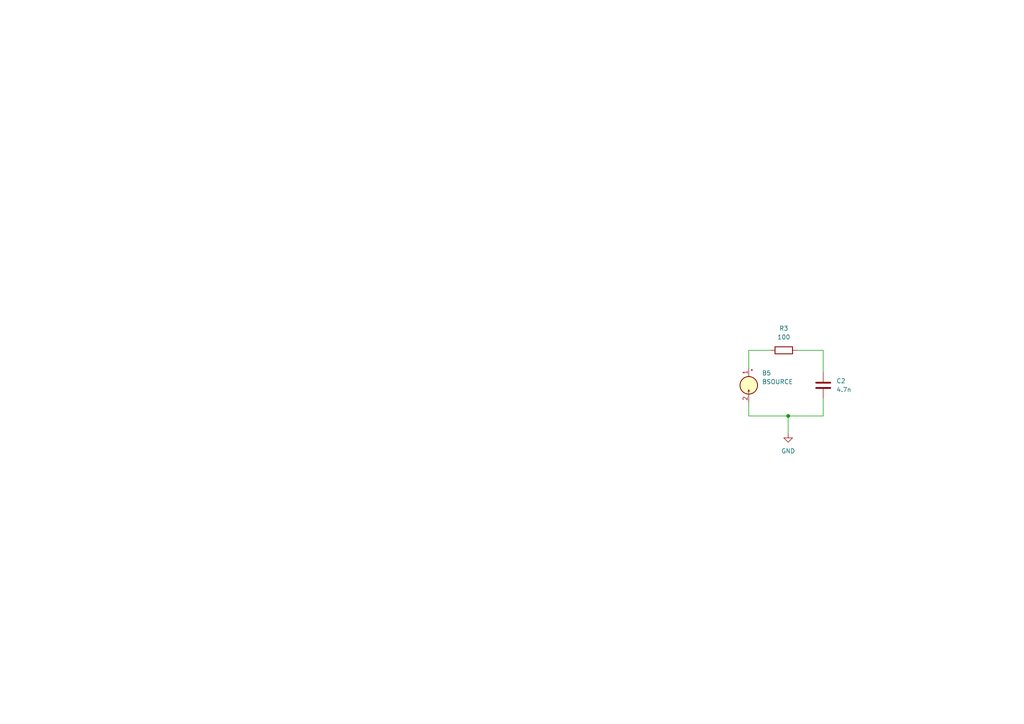
<source format=kicad_sch>
(kicad_sch (version 20230121) (generator eeschema)
  (paper "A4")
  (lib_symbols
    (symbol "Device:C" (pin_numbers hide) (pin_names (offset 0.254))
      (property "Reference" "C" (at 0.635 2.54 0))
      (property "Value" "C" (at 0.635 -2.54 0))
      (symbol "C_0_1"
        (polyline (pts (xy -2.032 -0.762) (xy 2.032 -0.762)) (stroke (width 0.508)))
        (polyline (pts (xy -2.032 0.762) (xy 2.032 0.762)) (stroke (width 0.508)))
      )
      (symbol "C_1_1"
        (pin passive line (at 0 3.81 270) (length 2.794) (name "~") (number "1"))
        (pin passive line (at 0 -3.81 90) (length 2.794) (name "~") (number "2"))
      )
    )
    (symbol "Device:R" (pin_numbers hide) (pin_names (offset 0))
      (property "Reference" "R" (at 2.032 0 90))
      (property "Value" "R" (at 0 0 90))
      (symbol "R_0_1"
        (rectangle (start -1.016 -2.54) (end 1.016 2.54) (stroke (width 0.254)))
      )
      (symbol "R_1_1"
        (pin passive line (at 0 3.81 270) (length 1.27) (name "~") (number "1"))
        (pin passive line (at 0 -3.81 90) (length 1.27) (name "~") (number "2"))
      )
    )
    (symbol "Simulation_SPICE:BSOURCE" (pin_names (offset 1.016) hide)
      (property "Reference" "B" (at 2.54 2.54 0))
      (property "Value" "BSOURCE" (at 2.54 0 0))
      (property "Sim.Params" "v=1" (at 2.54 -2.54 0))
      (symbol "BSOURCE_0_1"
        (polyline (pts (xy 0 -1.27) (xy 0 -2.286)))
        (polyline (pts (xy 0.254 -1.778) (xy 0 -1.27) (xy -0.254 -1.778)))
        (circle (center 0 0) (radius 2.54) (stroke (width 0.254)) (fill (type background)))
      )
      (symbol "BSOURCE_1_1"
        (polyline (pts (xy 0.635 4.445) (xy 1.143 4.445)))
        (polyline (pts (xy 0.889 4.699) (xy 0.889 4.191)))
        (pin passive line (at 0 5.08 270) (length 2.54) (name "N+") (number "1"))
        (pin passive line (at 0 -5.08 90) (length 2.54) (name "N-") (number "2"))
      )
    )
    (symbol "power:GND" (power) (pin_names (offset 0))
      (property "Value" "GND" (at 0 -3.81 0))
      (symbol "GND_0_1"
        (polyline (pts (xy 0 0) (xy 0 -1.27) (xy 1.27 -1.27) (xy 0 -2.54) (xy -1.27 -1.27) (xy 0 -1.27)))
      )
      (symbol "GND_1_1"
        (pin power_in line (at 0 0 270) (length 0) hide (name "GND") (number "1"))
      )
    )
  )
  (junction (at 228.6 120.65))
  (wire (pts (xy 217.17 116.84) (xy 217.17 120.65)))
  (wire (pts (xy 228.6 120.65) (xy 238.76 120.65)))
  (wire (pts (xy 231.14 101.6) (xy 238.76 101.6)))
  (wire (pts (xy 217.17 101.6) (xy 217.17 106.68)))
  (wire (pts (xy 238.76 120.65) (xy 238.76 115.57)))
  (wire (pts (xy 223.52 101.6) (xy 217.17 101.6)))
  (wire (pts (xy 238.76 101.6) (xy 238.76 107.95)))
  (wire (pts (xy 217.17 120.65) (xy 228.6 120.65)))
  (wire (pts (xy 228.6 120.65) (xy 228.6 125.73)))
  (symbol (lib_id "Device:C") (at 238.76 111.76 0) (unit 1)
    (property "Reference" "C2" (at 242.57 110.49 0) (effects (justify left)))
    (property "Value" "4.7n" (at 242.57 113.03 0) (effects (justify left)))
  )
  (symbol (lib_id "Device:R") (at 227.33 101.6 90) (unit 1)
    (property "Reference" "R3" (at 227.33 95.25 90))
    (property "Value" "100" (at 227.33 97.79 90))
  )
  (symbol (lib_id "power:GND") (at 228.6 125.73 0) (unit 1)
    (property "Reference" "#PWR07" (effects hide))
    (property "Value" "GND" (at 228.6 130.81 0))
  )
  (symbol (lib_id "Simulation_SPICE:BSOURCE") (at 217.17 111.76 0) (unit 1)
    (property "Reference" "B5" (at 220.98 108.204 0) (effects (justify left)))
    (property "Value" "BSOURCE" (at 220.98 110.744 0) (effects (justify left)))
    (property "Datasheet" "https://ngspice.sourceforge.io/docs.html" (effects hide))
    (property "Sim.Device" "V" (effects hide))
    (property "Sim.Type" "SIN" (effects hide))
    (property "Sim.Pins" "1=+ 2=-" (effects hide))
    (property "Sim.Params" "dc=0 ampl=0 f=0 td=0 theta=0 phase=0 ac=1" (effects hide))
  )
)
</source>
